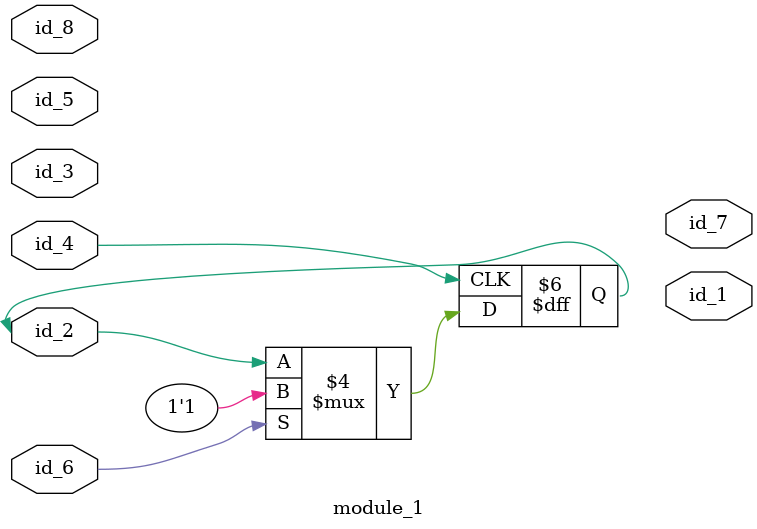
<source format=v>
module module_0 (
    id_1,
    id_2,
    id_3
);
  input wire id_3;
  input wire id_2;
  input wire id_1;
  assign id_4 = id_3;
  always @(posedge id_2 or negedge id_1) begin : LABEL_0$display
    ;
  end
endmodule
module module_1 (
    id_1,
    id_2,
    id_3,
    id_4,
    id_5,
    id_6,
    id_7,
    id_8
);
  inout wire id_8;
  output wire id_7;
  inout wire id_6;
  input wire id_5;
  input wire id_4;
  input wire id_3;
  inout wire id_2;
  output wire id_1;
  always @(posedge id_4) begin : LABEL_0
    if (id_6 || id_6) id_2 <= 1;
  end
  module_0 modCall_1 (
      id_3,
      id_6,
      id_6
  );
endmodule

</source>
